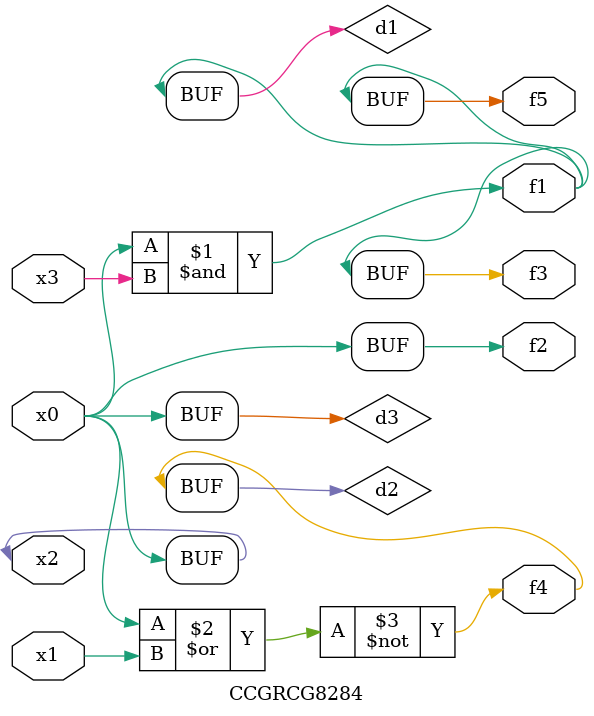
<source format=v>
module CCGRCG8284(
	input x0, x1, x2, x3,
	output f1, f2, f3, f4, f5
);

	wire d1, d2, d3;

	and (d1, x2, x3);
	nor (d2, x0, x1);
	buf (d3, x0, x2);
	assign f1 = d1;
	assign f2 = d3;
	assign f3 = d1;
	assign f4 = d2;
	assign f5 = d1;
endmodule

</source>
